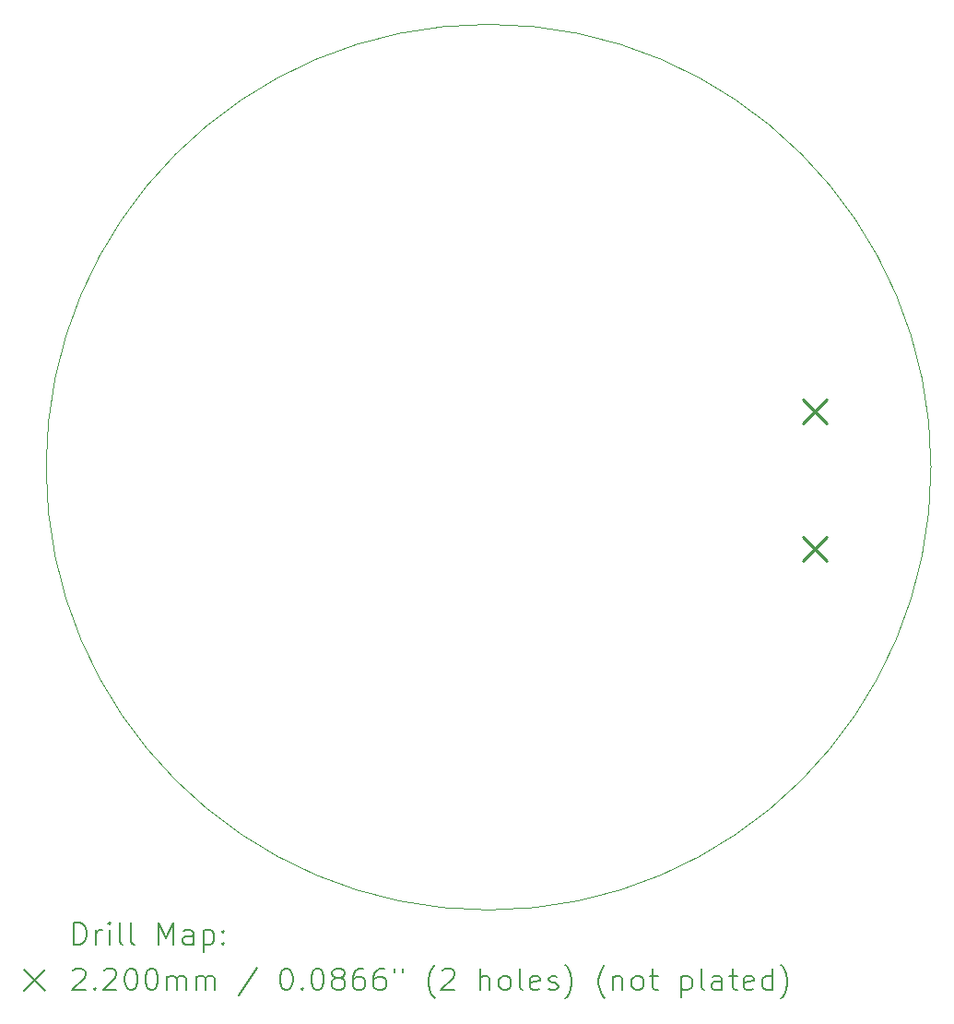
<source format=gbr>
%TF.GenerationSoftware,KiCad,Pcbnew,7.0.8*%
%TF.CreationDate,2023-11-13T16:01:53+01:00*%
%TF.ProjectId,christmas,63687269-7374-46d6-9173-2e6b69636164,rev?*%
%TF.SameCoordinates,Original*%
%TF.FileFunction,Drillmap*%
%TF.FilePolarity,Positive*%
%FSLAX45Y45*%
G04 Gerber Fmt 4.5, Leading zero omitted, Abs format (unit mm)*
G04 Created by KiCad (PCBNEW 7.0.8) date 2023-11-13 16:01:53*
%MOMM*%
%LPD*%
G01*
G04 APERTURE LIST*
%ADD10C,0.100000*%
%ADD11C,0.200000*%
%ADD12C,0.220000*%
G04 APERTURE END LIST*
D10*
X19304000Y-10160000D02*
G75*
G03*
X19304000Y-10160000I-4064000J0D01*
G01*
D11*
D12*
X18130000Y-9542000D02*
X18350000Y-9762000D01*
X18350000Y-9542000D02*
X18130000Y-9762000D01*
X18130000Y-10800000D02*
X18350000Y-11020000D01*
X18350000Y-10800000D02*
X18130000Y-11020000D01*
D11*
X11431777Y-14540484D02*
X11431777Y-14340484D01*
X11431777Y-14340484D02*
X11479396Y-14340484D01*
X11479396Y-14340484D02*
X11507967Y-14350008D01*
X11507967Y-14350008D02*
X11527015Y-14369055D01*
X11527015Y-14369055D02*
X11536539Y-14388103D01*
X11536539Y-14388103D02*
X11546062Y-14426198D01*
X11546062Y-14426198D02*
X11546062Y-14454769D01*
X11546062Y-14454769D02*
X11536539Y-14492865D01*
X11536539Y-14492865D02*
X11527015Y-14511912D01*
X11527015Y-14511912D02*
X11507967Y-14530960D01*
X11507967Y-14530960D02*
X11479396Y-14540484D01*
X11479396Y-14540484D02*
X11431777Y-14540484D01*
X11631777Y-14540484D02*
X11631777Y-14407150D01*
X11631777Y-14445246D02*
X11641301Y-14426198D01*
X11641301Y-14426198D02*
X11650824Y-14416674D01*
X11650824Y-14416674D02*
X11669872Y-14407150D01*
X11669872Y-14407150D02*
X11688920Y-14407150D01*
X11755586Y-14540484D02*
X11755586Y-14407150D01*
X11755586Y-14340484D02*
X11746062Y-14350008D01*
X11746062Y-14350008D02*
X11755586Y-14359531D01*
X11755586Y-14359531D02*
X11765110Y-14350008D01*
X11765110Y-14350008D02*
X11755586Y-14340484D01*
X11755586Y-14340484D02*
X11755586Y-14359531D01*
X11879396Y-14540484D02*
X11860348Y-14530960D01*
X11860348Y-14530960D02*
X11850824Y-14511912D01*
X11850824Y-14511912D02*
X11850824Y-14340484D01*
X11984158Y-14540484D02*
X11965110Y-14530960D01*
X11965110Y-14530960D02*
X11955586Y-14511912D01*
X11955586Y-14511912D02*
X11955586Y-14340484D01*
X12212729Y-14540484D02*
X12212729Y-14340484D01*
X12212729Y-14340484D02*
X12279396Y-14483341D01*
X12279396Y-14483341D02*
X12346062Y-14340484D01*
X12346062Y-14340484D02*
X12346062Y-14540484D01*
X12527015Y-14540484D02*
X12527015Y-14435722D01*
X12527015Y-14435722D02*
X12517491Y-14416674D01*
X12517491Y-14416674D02*
X12498443Y-14407150D01*
X12498443Y-14407150D02*
X12460348Y-14407150D01*
X12460348Y-14407150D02*
X12441301Y-14416674D01*
X12527015Y-14530960D02*
X12507967Y-14540484D01*
X12507967Y-14540484D02*
X12460348Y-14540484D01*
X12460348Y-14540484D02*
X12441301Y-14530960D01*
X12441301Y-14530960D02*
X12431777Y-14511912D01*
X12431777Y-14511912D02*
X12431777Y-14492865D01*
X12431777Y-14492865D02*
X12441301Y-14473817D01*
X12441301Y-14473817D02*
X12460348Y-14464293D01*
X12460348Y-14464293D02*
X12507967Y-14464293D01*
X12507967Y-14464293D02*
X12527015Y-14454769D01*
X12622253Y-14407150D02*
X12622253Y-14607150D01*
X12622253Y-14416674D02*
X12641301Y-14407150D01*
X12641301Y-14407150D02*
X12679396Y-14407150D01*
X12679396Y-14407150D02*
X12698443Y-14416674D01*
X12698443Y-14416674D02*
X12707967Y-14426198D01*
X12707967Y-14426198D02*
X12717491Y-14445246D01*
X12717491Y-14445246D02*
X12717491Y-14502388D01*
X12717491Y-14502388D02*
X12707967Y-14521436D01*
X12707967Y-14521436D02*
X12698443Y-14530960D01*
X12698443Y-14530960D02*
X12679396Y-14540484D01*
X12679396Y-14540484D02*
X12641301Y-14540484D01*
X12641301Y-14540484D02*
X12622253Y-14530960D01*
X12803205Y-14521436D02*
X12812729Y-14530960D01*
X12812729Y-14530960D02*
X12803205Y-14540484D01*
X12803205Y-14540484D02*
X12793682Y-14530960D01*
X12793682Y-14530960D02*
X12803205Y-14521436D01*
X12803205Y-14521436D02*
X12803205Y-14540484D01*
X12803205Y-14416674D02*
X12812729Y-14426198D01*
X12812729Y-14426198D02*
X12803205Y-14435722D01*
X12803205Y-14435722D02*
X12793682Y-14426198D01*
X12793682Y-14426198D02*
X12803205Y-14416674D01*
X12803205Y-14416674D02*
X12803205Y-14435722D01*
X10971000Y-14769000D02*
X11171000Y-14969000D01*
X11171000Y-14769000D02*
X10971000Y-14969000D01*
X11422253Y-14779531D02*
X11431777Y-14770008D01*
X11431777Y-14770008D02*
X11450824Y-14760484D01*
X11450824Y-14760484D02*
X11498443Y-14760484D01*
X11498443Y-14760484D02*
X11517491Y-14770008D01*
X11517491Y-14770008D02*
X11527015Y-14779531D01*
X11527015Y-14779531D02*
X11536539Y-14798579D01*
X11536539Y-14798579D02*
X11536539Y-14817627D01*
X11536539Y-14817627D02*
X11527015Y-14846198D01*
X11527015Y-14846198D02*
X11412729Y-14960484D01*
X11412729Y-14960484D02*
X11536539Y-14960484D01*
X11622253Y-14941436D02*
X11631777Y-14950960D01*
X11631777Y-14950960D02*
X11622253Y-14960484D01*
X11622253Y-14960484D02*
X11612729Y-14950960D01*
X11612729Y-14950960D02*
X11622253Y-14941436D01*
X11622253Y-14941436D02*
X11622253Y-14960484D01*
X11707967Y-14779531D02*
X11717491Y-14770008D01*
X11717491Y-14770008D02*
X11736539Y-14760484D01*
X11736539Y-14760484D02*
X11784158Y-14760484D01*
X11784158Y-14760484D02*
X11803205Y-14770008D01*
X11803205Y-14770008D02*
X11812729Y-14779531D01*
X11812729Y-14779531D02*
X11822253Y-14798579D01*
X11822253Y-14798579D02*
X11822253Y-14817627D01*
X11822253Y-14817627D02*
X11812729Y-14846198D01*
X11812729Y-14846198D02*
X11698443Y-14960484D01*
X11698443Y-14960484D02*
X11822253Y-14960484D01*
X11946062Y-14760484D02*
X11965110Y-14760484D01*
X11965110Y-14760484D02*
X11984158Y-14770008D01*
X11984158Y-14770008D02*
X11993682Y-14779531D01*
X11993682Y-14779531D02*
X12003205Y-14798579D01*
X12003205Y-14798579D02*
X12012729Y-14836674D01*
X12012729Y-14836674D02*
X12012729Y-14884293D01*
X12012729Y-14884293D02*
X12003205Y-14922388D01*
X12003205Y-14922388D02*
X11993682Y-14941436D01*
X11993682Y-14941436D02*
X11984158Y-14950960D01*
X11984158Y-14950960D02*
X11965110Y-14960484D01*
X11965110Y-14960484D02*
X11946062Y-14960484D01*
X11946062Y-14960484D02*
X11927015Y-14950960D01*
X11927015Y-14950960D02*
X11917491Y-14941436D01*
X11917491Y-14941436D02*
X11907967Y-14922388D01*
X11907967Y-14922388D02*
X11898443Y-14884293D01*
X11898443Y-14884293D02*
X11898443Y-14836674D01*
X11898443Y-14836674D02*
X11907967Y-14798579D01*
X11907967Y-14798579D02*
X11917491Y-14779531D01*
X11917491Y-14779531D02*
X11927015Y-14770008D01*
X11927015Y-14770008D02*
X11946062Y-14760484D01*
X12136539Y-14760484D02*
X12155586Y-14760484D01*
X12155586Y-14760484D02*
X12174634Y-14770008D01*
X12174634Y-14770008D02*
X12184158Y-14779531D01*
X12184158Y-14779531D02*
X12193682Y-14798579D01*
X12193682Y-14798579D02*
X12203205Y-14836674D01*
X12203205Y-14836674D02*
X12203205Y-14884293D01*
X12203205Y-14884293D02*
X12193682Y-14922388D01*
X12193682Y-14922388D02*
X12184158Y-14941436D01*
X12184158Y-14941436D02*
X12174634Y-14950960D01*
X12174634Y-14950960D02*
X12155586Y-14960484D01*
X12155586Y-14960484D02*
X12136539Y-14960484D01*
X12136539Y-14960484D02*
X12117491Y-14950960D01*
X12117491Y-14950960D02*
X12107967Y-14941436D01*
X12107967Y-14941436D02*
X12098443Y-14922388D01*
X12098443Y-14922388D02*
X12088920Y-14884293D01*
X12088920Y-14884293D02*
X12088920Y-14836674D01*
X12088920Y-14836674D02*
X12098443Y-14798579D01*
X12098443Y-14798579D02*
X12107967Y-14779531D01*
X12107967Y-14779531D02*
X12117491Y-14770008D01*
X12117491Y-14770008D02*
X12136539Y-14760484D01*
X12288920Y-14960484D02*
X12288920Y-14827150D01*
X12288920Y-14846198D02*
X12298443Y-14836674D01*
X12298443Y-14836674D02*
X12317491Y-14827150D01*
X12317491Y-14827150D02*
X12346063Y-14827150D01*
X12346063Y-14827150D02*
X12365110Y-14836674D01*
X12365110Y-14836674D02*
X12374634Y-14855722D01*
X12374634Y-14855722D02*
X12374634Y-14960484D01*
X12374634Y-14855722D02*
X12384158Y-14836674D01*
X12384158Y-14836674D02*
X12403205Y-14827150D01*
X12403205Y-14827150D02*
X12431777Y-14827150D01*
X12431777Y-14827150D02*
X12450824Y-14836674D01*
X12450824Y-14836674D02*
X12460348Y-14855722D01*
X12460348Y-14855722D02*
X12460348Y-14960484D01*
X12555586Y-14960484D02*
X12555586Y-14827150D01*
X12555586Y-14846198D02*
X12565110Y-14836674D01*
X12565110Y-14836674D02*
X12584158Y-14827150D01*
X12584158Y-14827150D02*
X12612729Y-14827150D01*
X12612729Y-14827150D02*
X12631777Y-14836674D01*
X12631777Y-14836674D02*
X12641301Y-14855722D01*
X12641301Y-14855722D02*
X12641301Y-14960484D01*
X12641301Y-14855722D02*
X12650824Y-14836674D01*
X12650824Y-14836674D02*
X12669872Y-14827150D01*
X12669872Y-14827150D02*
X12698443Y-14827150D01*
X12698443Y-14827150D02*
X12717491Y-14836674D01*
X12717491Y-14836674D02*
X12727015Y-14855722D01*
X12727015Y-14855722D02*
X12727015Y-14960484D01*
X13117491Y-14750960D02*
X12946063Y-15008103D01*
X13374634Y-14760484D02*
X13393682Y-14760484D01*
X13393682Y-14760484D02*
X13412729Y-14770008D01*
X13412729Y-14770008D02*
X13422253Y-14779531D01*
X13422253Y-14779531D02*
X13431777Y-14798579D01*
X13431777Y-14798579D02*
X13441301Y-14836674D01*
X13441301Y-14836674D02*
X13441301Y-14884293D01*
X13441301Y-14884293D02*
X13431777Y-14922388D01*
X13431777Y-14922388D02*
X13422253Y-14941436D01*
X13422253Y-14941436D02*
X13412729Y-14950960D01*
X13412729Y-14950960D02*
X13393682Y-14960484D01*
X13393682Y-14960484D02*
X13374634Y-14960484D01*
X13374634Y-14960484D02*
X13355586Y-14950960D01*
X13355586Y-14950960D02*
X13346063Y-14941436D01*
X13346063Y-14941436D02*
X13336539Y-14922388D01*
X13336539Y-14922388D02*
X13327015Y-14884293D01*
X13327015Y-14884293D02*
X13327015Y-14836674D01*
X13327015Y-14836674D02*
X13336539Y-14798579D01*
X13336539Y-14798579D02*
X13346063Y-14779531D01*
X13346063Y-14779531D02*
X13355586Y-14770008D01*
X13355586Y-14770008D02*
X13374634Y-14760484D01*
X13527015Y-14941436D02*
X13536539Y-14950960D01*
X13536539Y-14950960D02*
X13527015Y-14960484D01*
X13527015Y-14960484D02*
X13517491Y-14950960D01*
X13517491Y-14950960D02*
X13527015Y-14941436D01*
X13527015Y-14941436D02*
X13527015Y-14960484D01*
X13660348Y-14760484D02*
X13679396Y-14760484D01*
X13679396Y-14760484D02*
X13698444Y-14770008D01*
X13698444Y-14770008D02*
X13707967Y-14779531D01*
X13707967Y-14779531D02*
X13717491Y-14798579D01*
X13717491Y-14798579D02*
X13727015Y-14836674D01*
X13727015Y-14836674D02*
X13727015Y-14884293D01*
X13727015Y-14884293D02*
X13717491Y-14922388D01*
X13717491Y-14922388D02*
X13707967Y-14941436D01*
X13707967Y-14941436D02*
X13698444Y-14950960D01*
X13698444Y-14950960D02*
X13679396Y-14960484D01*
X13679396Y-14960484D02*
X13660348Y-14960484D01*
X13660348Y-14960484D02*
X13641301Y-14950960D01*
X13641301Y-14950960D02*
X13631777Y-14941436D01*
X13631777Y-14941436D02*
X13622253Y-14922388D01*
X13622253Y-14922388D02*
X13612729Y-14884293D01*
X13612729Y-14884293D02*
X13612729Y-14836674D01*
X13612729Y-14836674D02*
X13622253Y-14798579D01*
X13622253Y-14798579D02*
X13631777Y-14779531D01*
X13631777Y-14779531D02*
X13641301Y-14770008D01*
X13641301Y-14770008D02*
X13660348Y-14760484D01*
X13841301Y-14846198D02*
X13822253Y-14836674D01*
X13822253Y-14836674D02*
X13812729Y-14827150D01*
X13812729Y-14827150D02*
X13803206Y-14808103D01*
X13803206Y-14808103D02*
X13803206Y-14798579D01*
X13803206Y-14798579D02*
X13812729Y-14779531D01*
X13812729Y-14779531D02*
X13822253Y-14770008D01*
X13822253Y-14770008D02*
X13841301Y-14760484D01*
X13841301Y-14760484D02*
X13879396Y-14760484D01*
X13879396Y-14760484D02*
X13898444Y-14770008D01*
X13898444Y-14770008D02*
X13907967Y-14779531D01*
X13907967Y-14779531D02*
X13917491Y-14798579D01*
X13917491Y-14798579D02*
X13917491Y-14808103D01*
X13917491Y-14808103D02*
X13907967Y-14827150D01*
X13907967Y-14827150D02*
X13898444Y-14836674D01*
X13898444Y-14836674D02*
X13879396Y-14846198D01*
X13879396Y-14846198D02*
X13841301Y-14846198D01*
X13841301Y-14846198D02*
X13822253Y-14855722D01*
X13822253Y-14855722D02*
X13812729Y-14865246D01*
X13812729Y-14865246D02*
X13803206Y-14884293D01*
X13803206Y-14884293D02*
X13803206Y-14922388D01*
X13803206Y-14922388D02*
X13812729Y-14941436D01*
X13812729Y-14941436D02*
X13822253Y-14950960D01*
X13822253Y-14950960D02*
X13841301Y-14960484D01*
X13841301Y-14960484D02*
X13879396Y-14960484D01*
X13879396Y-14960484D02*
X13898444Y-14950960D01*
X13898444Y-14950960D02*
X13907967Y-14941436D01*
X13907967Y-14941436D02*
X13917491Y-14922388D01*
X13917491Y-14922388D02*
X13917491Y-14884293D01*
X13917491Y-14884293D02*
X13907967Y-14865246D01*
X13907967Y-14865246D02*
X13898444Y-14855722D01*
X13898444Y-14855722D02*
X13879396Y-14846198D01*
X14088920Y-14760484D02*
X14050825Y-14760484D01*
X14050825Y-14760484D02*
X14031777Y-14770008D01*
X14031777Y-14770008D02*
X14022253Y-14779531D01*
X14022253Y-14779531D02*
X14003206Y-14808103D01*
X14003206Y-14808103D02*
X13993682Y-14846198D01*
X13993682Y-14846198D02*
X13993682Y-14922388D01*
X13993682Y-14922388D02*
X14003206Y-14941436D01*
X14003206Y-14941436D02*
X14012729Y-14950960D01*
X14012729Y-14950960D02*
X14031777Y-14960484D01*
X14031777Y-14960484D02*
X14069872Y-14960484D01*
X14069872Y-14960484D02*
X14088920Y-14950960D01*
X14088920Y-14950960D02*
X14098444Y-14941436D01*
X14098444Y-14941436D02*
X14107967Y-14922388D01*
X14107967Y-14922388D02*
X14107967Y-14874769D01*
X14107967Y-14874769D02*
X14098444Y-14855722D01*
X14098444Y-14855722D02*
X14088920Y-14846198D01*
X14088920Y-14846198D02*
X14069872Y-14836674D01*
X14069872Y-14836674D02*
X14031777Y-14836674D01*
X14031777Y-14836674D02*
X14012729Y-14846198D01*
X14012729Y-14846198D02*
X14003206Y-14855722D01*
X14003206Y-14855722D02*
X13993682Y-14874769D01*
X14279396Y-14760484D02*
X14241301Y-14760484D01*
X14241301Y-14760484D02*
X14222253Y-14770008D01*
X14222253Y-14770008D02*
X14212729Y-14779531D01*
X14212729Y-14779531D02*
X14193682Y-14808103D01*
X14193682Y-14808103D02*
X14184158Y-14846198D01*
X14184158Y-14846198D02*
X14184158Y-14922388D01*
X14184158Y-14922388D02*
X14193682Y-14941436D01*
X14193682Y-14941436D02*
X14203206Y-14950960D01*
X14203206Y-14950960D02*
X14222253Y-14960484D01*
X14222253Y-14960484D02*
X14260348Y-14960484D01*
X14260348Y-14960484D02*
X14279396Y-14950960D01*
X14279396Y-14950960D02*
X14288920Y-14941436D01*
X14288920Y-14941436D02*
X14298444Y-14922388D01*
X14298444Y-14922388D02*
X14298444Y-14874769D01*
X14298444Y-14874769D02*
X14288920Y-14855722D01*
X14288920Y-14855722D02*
X14279396Y-14846198D01*
X14279396Y-14846198D02*
X14260348Y-14836674D01*
X14260348Y-14836674D02*
X14222253Y-14836674D01*
X14222253Y-14836674D02*
X14203206Y-14846198D01*
X14203206Y-14846198D02*
X14193682Y-14855722D01*
X14193682Y-14855722D02*
X14184158Y-14874769D01*
X14374634Y-14760484D02*
X14374634Y-14798579D01*
X14450825Y-14760484D02*
X14450825Y-14798579D01*
X14746063Y-15036674D02*
X14736539Y-15027150D01*
X14736539Y-15027150D02*
X14717491Y-14998579D01*
X14717491Y-14998579D02*
X14707968Y-14979531D01*
X14707968Y-14979531D02*
X14698444Y-14950960D01*
X14698444Y-14950960D02*
X14688920Y-14903341D01*
X14688920Y-14903341D02*
X14688920Y-14865246D01*
X14688920Y-14865246D02*
X14698444Y-14817627D01*
X14698444Y-14817627D02*
X14707968Y-14789055D01*
X14707968Y-14789055D02*
X14717491Y-14770008D01*
X14717491Y-14770008D02*
X14736539Y-14741436D01*
X14736539Y-14741436D02*
X14746063Y-14731912D01*
X14812729Y-14779531D02*
X14822253Y-14770008D01*
X14822253Y-14770008D02*
X14841301Y-14760484D01*
X14841301Y-14760484D02*
X14888920Y-14760484D01*
X14888920Y-14760484D02*
X14907968Y-14770008D01*
X14907968Y-14770008D02*
X14917491Y-14779531D01*
X14917491Y-14779531D02*
X14927015Y-14798579D01*
X14927015Y-14798579D02*
X14927015Y-14817627D01*
X14927015Y-14817627D02*
X14917491Y-14846198D01*
X14917491Y-14846198D02*
X14803206Y-14960484D01*
X14803206Y-14960484D02*
X14927015Y-14960484D01*
X15165110Y-14960484D02*
X15165110Y-14760484D01*
X15250825Y-14960484D02*
X15250825Y-14855722D01*
X15250825Y-14855722D02*
X15241301Y-14836674D01*
X15241301Y-14836674D02*
X15222253Y-14827150D01*
X15222253Y-14827150D02*
X15193682Y-14827150D01*
X15193682Y-14827150D02*
X15174634Y-14836674D01*
X15174634Y-14836674D02*
X15165110Y-14846198D01*
X15374634Y-14960484D02*
X15355587Y-14950960D01*
X15355587Y-14950960D02*
X15346063Y-14941436D01*
X15346063Y-14941436D02*
X15336539Y-14922388D01*
X15336539Y-14922388D02*
X15336539Y-14865246D01*
X15336539Y-14865246D02*
X15346063Y-14846198D01*
X15346063Y-14846198D02*
X15355587Y-14836674D01*
X15355587Y-14836674D02*
X15374634Y-14827150D01*
X15374634Y-14827150D02*
X15403206Y-14827150D01*
X15403206Y-14827150D02*
X15422253Y-14836674D01*
X15422253Y-14836674D02*
X15431777Y-14846198D01*
X15431777Y-14846198D02*
X15441301Y-14865246D01*
X15441301Y-14865246D02*
X15441301Y-14922388D01*
X15441301Y-14922388D02*
X15431777Y-14941436D01*
X15431777Y-14941436D02*
X15422253Y-14950960D01*
X15422253Y-14950960D02*
X15403206Y-14960484D01*
X15403206Y-14960484D02*
X15374634Y-14960484D01*
X15555587Y-14960484D02*
X15536539Y-14950960D01*
X15536539Y-14950960D02*
X15527015Y-14931912D01*
X15527015Y-14931912D02*
X15527015Y-14760484D01*
X15707968Y-14950960D02*
X15688920Y-14960484D01*
X15688920Y-14960484D02*
X15650825Y-14960484D01*
X15650825Y-14960484D02*
X15631777Y-14950960D01*
X15631777Y-14950960D02*
X15622253Y-14931912D01*
X15622253Y-14931912D02*
X15622253Y-14855722D01*
X15622253Y-14855722D02*
X15631777Y-14836674D01*
X15631777Y-14836674D02*
X15650825Y-14827150D01*
X15650825Y-14827150D02*
X15688920Y-14827150D01*
X15688920Y-14827150D02*
X15707968Y-14836674D01*
X15707968Y-14836674D02*
X15717491Y-14855722D01*
X15717491Y-14855722D02*
X15717491Y-14874769D01*
X15717491Y-14874769D02*
X15622253Y-14893817D01*
X15793682Y-14950960D02*
X15812730Y-14960484D01*
X15812730Y-14960484D02*
X15850825Y-14960484D01*
X15850825Y-14960484D02*
X15869872Y-14950960D01*
X15869872Y-14950960D02*
X15879396Y-14931912D01*
X15879396Y-14931912D02*
X15879396Y-14922388D01*
X15879396Y-14922388D02*
X15869872Y-14903341D01*
X15869872Y-14903341D02*
X15850825Y-14893817D01*
X15850825Y-14893817D02*
X15822253Y-14893817D01*
X15822253Y-14893817D02*
X15803206Y-14884293D01*
X15803206Y-14884293D02*
X15793682Y-14865246D01*
X15793682Y-14865246D02*
X15793682Y-14855722D01*
X15793682Y-14855722D02*
X15803206Y-14836674D01*
X15803206Y-14836674D02*
X15822253Y-14827150D01*
X15822253Y-14827150D02*
X15850825Y-14827150D01*
X15850825Y-14827150D02*
X15869872Y-14836674D01*
X15946063Y-15036674D02*
X15955587Y-15027150D01*
X15955587Y-15027150D02*
X15974634Y-14998579D01*
X15974634Y-14998579D02*
X15984158Y-14979531D01*
X15984158Y-14979531D02*
X15993682Y-14950960D01*
X15993682Y-14950960D02*
X16003206Y-14903341D01*
X16003206Y-14903341D02*
X16003206Y-14865246D01*
X16003206Y-14865246D02*
X15993682Y-14817627D01*
X15993682Y-14817627D02*
X15984158Y-14789055D01*
X15984158Y-14789055D02*
X15974634Y-14770008D01*
X15974634Y-14770008D02*
X15955587Y-14741436D01*
X15955587Y-14741436D02*
X15946063Y-14731912D01*
X16307968Y-15036674D02*
X16298444Y-15027150D01*
X16298444Y-15027150D02*
X16279396Y-14998579D01*
X16279396Y-14998579D02*
X16269872Y-14979531D01*
X16269872Y-14979531D02*
X16260349Y-14950960D01*
X16260349Y-14950960D02*
X16250825Y-14903341D01*
X16250825Y-14903341D02*
X16250825Y-14865246D01*
X16250825Y-14865246D02*
X16260349Y-14817627D01*
X16260349Y-14817627D02*
X16269872Y-14789055D01*
X16269872Y-14789055D02*
X16279396Y-14770008D01*
X16279396Y-14770008D02*
X16298444Y-14741436D01*
X16298444Y-14741436D02*
X16307968Y-14731912D01*
X16384158Y-14827150D02*
X16384158Y-14960484D01*
X16384158Y-14846198D02*
X16393682Y-14836674D01*
X16393682Y-14836674D02*
X16412730Y-14827150D01*
X16412730Y-14827150D02*
X16441301Y-14827150D01*
X16441301Y-14827150D02*
X16460349Y-14836674D01*
X16460349Y-14836674D02*
X16469872Y-14855722D01*
X16469872Y-14855722D02*
X16469872Y-14960484D01*
X16593682Y-14960484D02*
X16574634Y-14950960D01*
X16574634Y-14950960D02*
X16565111Y-14941436D01*
X16565111Y-14941436D02*
X16555587Y-14922388D01*
X16555587Y-14922388D02*
X16555587Y-14865246D01*
X16555587Y-14865246D02*
X16565111Y-14846198D01*
X16565111Y-14846198D02*
X16574634Y-14836674D01*
X16574634Y-14836674D02*
X16593682Y-14827150D01*
X16593682Y-14827150D02*
X16622253Y-14827150D01*
X16622253Y-14827150D02*
X16641301Y-14836674D01*
X16641301Y-14836674D02*
X16650825Y-14846198D01*
X16650825Y-14846198D02*
X16660349Y-14865246D01*
X16660349Y-14865246D02*
X16660349Y-14922388D01*
X16660349Y-14922388D02*
X16650825Y-14941436D01*
X16650825Y-14941436D02*
X16641301Y-14950960D01*
X16641301Y-14950960D02*
X16622253Y-14960484D01*
X16622253Y-14960484D02*
X16593682Y-14960484D01*
X16717492Y-14827150D02*
X16793682Y-14827150D01*
X16746063Y-14760484D02*
X16746063Y-14931912D01*
X16746063Y-14931912D02*
X16755587Y-14950960D01*
X16755587Y-14950960D02*
X16774634Y-14960484D01*
X16774634Y-14960484D02*
X16793682Y-14960484D01*
X17012730Y-14827150D02*
X17012730Y-15027150D01*
X17012730Y-14836674D02*
X17031777Y-14827150D01*
X17031777Y-14827150D02*
X17069873Y-14827150D01*
X17069873Y-14827150D02*
X17088920Y-14836674D01*
X17088920Y-14836674D02*
X17098444Y-14846198D01*
X17098444Y-14846198D02*
X17107968Y-14865246D01*
X17107968Y-14865246D02*
X17107968Y-14922388D01*
X17107968Y-14922388D02*
X17098444Y-14941436D01*
X17098444Y-14941436D02*
X17088920Y-14950960D01*
X17088920Y-14950960D02*
X17069873Y-14960484D01*
X17069873Y-14960484D02*
X17031777Y-14960484D01*
X17031777Y-14960484D02*
X17012730Y-14950960D01*
X17222254Y-14960484D02*
X17203206Y-14950960D01*
X17203206Y-14950960D02*
X17193682Y-14931912D01*
X17193682Y-14931912D02*
X17193682Y-14760484D01*
X17384158Y-14960484D02*
X17384158Y-14855722D01*
X17384158Y-14855722D02*
X17374635Y-14836674D01*
X17374635Y-14836674D02*
X17355587Y-14827150D01*
X17355587Y-14827150D02*
X17317492Y-14827150D01*
X17317492Y-14827150D02*
X17298444Y-14836674D01*
X17384158Y-14950960D02*
X17365111Y-14960484D01*
X17365111Y-14960484D02*
X17317492Y-14960484D01*
X17317492Y-14960484D02*
X17298444Y-14950960D01*
X17298444Y-14950960D02*
X17288920Y-14931912D01*
X17288920Y-14931912D02*
X17288920Y-14912865D01*
X17288920Y-14912865D02*
X17298444Y-14893817D01*
X17298444Y-14893817D02*
X17317492Y-14884293D01*
X17317492Y-14884293D02*
X17365111Y-14884293D01*
X17365111Y-14884293D02*
X17384158Y-14874769D01*
X17450825Y-14827150D02*
X17527015Y-14827150D01*
X17479396Y-14760484D02*
X17479396Y-14931912D01*
X17479396Y-14931912D02*
X17488920Y-14950960D01*
X17488920Y-14950960D02*
X17507968Y-14960484D01*
X17507968Y-14960484D02*
X17527015Y-14960484D01*
X17669873Y-14950960D02*
X17650825Y-14960484D01*
X17650825Y-14960484D02*
X17612730Y-14960484D01*
X17612730Y-14960484D02*
X17593682Y-14950960D01*
X17593682Y-14950960D02*
X17584158Y-14931912D01*
X17584158Y-14931912D02*
X17584158Y-14855722D01*
X17584158Y-14855722D02*
X17593682Y-14836674D01*
X17593682Y-14836674D02*
X17612730Y-14827150D01*
X17612730Y-14827150D02*
X17650825Y-14827150D01*
X17650825Y-14827150D02*
X17669873Y-14836674D01*
X17669873Y-14836674D02*
X17679396Y-14855722D01*
X17679396Y-14855722D02*
X17679396Y-14874769D01*
X17679396Y-14874769D02*
X17584158Y-14893817D01*
X17850825Y-14960484D02*
X17850825Y-14760484D01*
X17850825Y-14950960D02*
X17831777Y-14960484D01*
X17831777Y-14960484D02*
X17793682Y-14960484D01*
X17793682Y-14960484D02*
X17774635Y-14950960D01*
X17774635Y-14950960D02*
X17765111Y-14941436D01*
X17765111Y-14941436D02*
X17755587Y-14922388D01*
X17755587Y-14922388D02*
X17755587Y-14865246D01*
X17755587Y-14865246D02*
X17765111Y-14846198D01*
X17765111Y-14846198D02*
X17774635Y-14836674D01*
X17774635Y-14836674D02*
X17793682Y-14827150D01*
X17793682Y-14827150D02*
X17831777Y-14827150D01*
X17831777Y-14827150D02*
X17850825Y-14836674D01*
X17927016Y-15036674D02*
X17936539Y-15027150D01*
X17936539Y-15027150D02*
X17955587Y-14998579D01*
X17955587Y-14998579D02*
X17965111Y-14979531D01*
X17965111Y-14979531D02*
X17974635Y-14950960D01*
X17974635Y-14950960D02*
X17984158Y-14903341D01*
X17984158Y-14903341D02*
X17984158Y-14865246D01*
X17984158Y-14865246D02*
X17974635Y-14817627D01*
X17974635Y-14817627D02*
X17965111Y-14789055D01*
X17965111Y-14789055D02*
X17955587Y-14770008D01*
X17955587Y-14770008D02*
X17936539Y-14741436D01*
X17936539Y-14741436D02*
X17927016Y-14731912D01*
M02*

</source>
